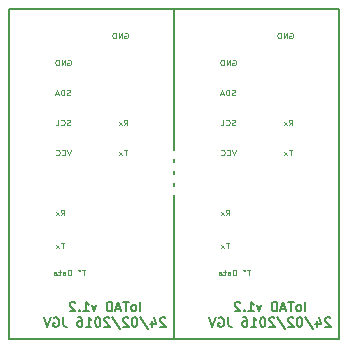
<source format=gbr>
%TF.GenerationSoftware,KiCad,Pcbnew,4.0.1+dfsg1-stable*%
%TF.CreationDate,2016-02-24T22:56:22+01:00*%
%TF.ProjectId,iotad,696F7461642E6B696361645F70636200,rev?*%
%TF.FileFunction,Legend,Bot*%
%FSLAX46Y46*%
G04 Gerber Fmt 4.6, Leading zero omitted, Abs format (unit mm)*
G04 Created by KiCad (PCBNEW 4.0.1+dfsg1-stable) date Wed 24 Feb 2016 10:56:22 PM CET*
%MOMM*%
G01*
G04 APERTURE LIST*
%ADD10C,0.100000*%
%ADD11C,0.200000*%
%ADD12C,0.125000*%
%ADD13C,0.150000*%
%ADD14C,1.924000*%
%ADD15R,2.432000X2.127200*%
%ADD16O,2.432000X2.127200*%
G04 APERTURE END LIST*
D10*
D11*
X162229429Y-127209905D02*
X162229429Y-126409905D01*
X161734191Y-127209905D02*
X161810382Y-127171810D01*
X161848477Y-127133714D01*
X161886572Y-127057524D01*
X161886572Y-126828952D01*
X161848477Y-126752762D01*
X161810382Y-126714667D01*
X161734191Y-126676571D01*
X161619905Y-126676571D01*
X161543715Y-126714667D01*
X161505620Y-126752762D01*
X161467524Y-126828952D01*
X161467524Y-127057524D01*
X161505620Y-127133714D01*
X161543715Y-127171810D01*
X161619905Y-127209905D01*
X161734191Y-127209905D01*
X161238953Y-126409905D02*
X160781810Y-126409905D01*
X161010381Y-127209905D02*
X161010381Y-126409905D01*
X160553238Y-126981333D02*
X160172286Y-126981333D01*
X160629429Y-127209905D02*
X160362762Y-126409905D01*
X160096095Y-127209905D01*
X159829429Y-127209905D02*
X159829429Y-126409905D01*
X159638953Y-126409905D01*
X159524667Y-126448000D01*
X159448476Y-126524190D01*
X159410381Y-126600381D01*
X159372286Y-126752762D01*
X159372286Y-126867048D01*
X159410381Y-127019429D01*
X159448476Y-127095619D01*
X159524667Y-127171810D01*
X159638953Y-127209905D01*
X159829429Y-127209905D01*
X158496095Y-126676571D02*
X158305619Y-127209905D01*
X158115143Y-126676571D01*
X157391333Y-127209905D02*
X157848476Y-127209905D01*
X157619905Y-127209905D02*
X157619905Y-126409905D01*
X157696095Y-126524190D01*
X157772286Y-126600381D01*
X157848476Y-126638476D01*
X157048476Y-127133714D02*
X157010381Y-127171810D01*
X157048476Y-127209905D01*
X157086571Y-127171810D01*
X157048476Y-127133714D01*
X157048476Y-127209905D01*
X156705619Y-126486095D02*
X156667524Y-126448000D01*
X156591333Y-126409905D01*
X156400857Y-126409905D01*
X156324667Y-126448000D01*
X156286571Y-126486095D01*
X156248476Y-126562286D01*
X156248476Y-126638476D01*
X156286571Y-126752762D01*
X156743714Y-127209905D01*
X156248476Y-127209905D01*
X164343715Y-127806095D02*
X164305620Y-127768000D01*
X164229429Y-127729905D01*
X164038953Y-127729905D01*
X163962763Y-127768000D01*
X163924667Y-127806095D01*
X163886572Y-127882286D01*
X163886572Y-127958476D01*
X163924667Y-128072762D01*
X164381810Y-128529905D01*
X163886572Y-128529905D01*
X163200858Y-127996571D02*
X163200858Y-128529905D01*
X163391334Y-127691810D02*
X163581810Y-128263238D01*
X163086572Y-128263238D01*
X162210381Y-127691810D02*
X162896096Y-128720381D01*
X161791334Y-127729905D02*
X161715143Y-127729905D01*
X161638953Y-127768000D01*
X161600858Y-127806095D01*
X161562762Y-127882286D01*
X161524667Y-128034667D01*
X161524667Y-128225143D01*
X161562762Y-128377524D01*
X161600858Y-128453714D01*
X161638953Y-128491810D01*
X161715143Y-128529905D01*
X161791334Y-128529905D01*
X161867524Y-128491810D01*
X161905620Y-128453714D01*
X161943715Y-128377524D01*
X161981810Y-128225143D01*
X161981810Y-128034667D01*
X161943715Y-127882286D01*
X161905620Y-127806095D01*
X161867524Y-127768000D01*
X161791334Y-127729905D01*
X161219905Y-127806095D02*
X161181810Y-127768000D01*
X161105619Y-127729905D01*
X160915143Y-127729905D01*
X160838953Y-127768000D01*
X160800857Y-127806095D01*
X160762762Y-127882286D01*
X160762762Y-127958476D01*
X160800857Y-128072762D01*
X161258000Y-128529905D01*
X160762762Y-128529905D01*
X159848476Y-127691810D02*
X160534191Y-128720381D01*
X159619905Y-127806095D02*
X159581810Y-127768000D01*
X159505619Y-127729905D01*
X159315143Y-127729905D01*
X159238953Y-127768000D01*
X159200857Y-127806095D01*
X159162762Y-127882286D01*
X159162762Y-127958476D01*
X159200857Y-128072762D01*
X159658000Y-128529905D01*
X159162762Y-128529905D01*
X158667524Y-127729905D02*
X158591333Y-127729905D01*
X158515143Y-127768000D01*
X158477048Y-127806095D01*
X158438952Y-127882286D01*
X158400857Y-128034667D01*
X158400857Y-128225143D01*
X158438952Y-128377524D01*
X158477048Y-128453714D01*
X158515143Y-128491810D01*
X158591333Y-128529905D01*
X158667524Y-128529905D01*
X158743714Y-128491810D01*
X158781810Y-128453714D01*
X158819905Y-128377524D01*
X158858000Y-128225143D01*
X158858000Y-128034667D01*
X158819905Y-127882286D01*
X158781810Y-127806095D01*
X158743714Y-127768000D01*
X158667524Y-127729905D01*
X157638952Y-128529905D02*
X158096095Y-128529905D01*
X157867524Y-128529905D02*
X157867524Y-127729905D01*
X157943714Y-127844190D01*
X158019905Y-127920381D01*
X158096095Y-127958476D01*
X156953238Y-127729905D02*
X157105619Y-127729905D01*
X157181809Y-127768000D01*
X157219904Y-127806095D01*
X157296095Y-127920381D01*
X157334190Y-128072762D01*
X157334190Y-128377524D01*
X157296095Y-128453714D01*
X157258000Y-128491810D01*
X157181809Y-128529905D01*
X157029428Y-128529905D01*
X156953238Y-128491810D01*
X156915142Y-128453714D01*
X156877047Y-128377524D01*
X156877047Y-128187048D01*
X156915142Y-128110857D01*
X156953238Y-128072762D01*
X157029428Y-128034667D01*
X157181809Y-128034667D01*
X157258000Y-128072762D01*
X157296095Y-128110857D01*
X157334190Y-128187048D01*
X155696094Y-127729905D02*
X155696094Y-128301333D01*
X155734190Y-128415619D01*
X155810380Y-128491810D01*
X155924666Y-128529905D01*
X156000856Y-128529905D01*
X154896094Y-127768000D02*
X154972285Y-127729905D01*
X155086570Y-127729905D01*
X155200856Y-127768000D01*
X155277047Y-127844190D01*
X155315142Y-127920381D01*
X155353237Y-128072762D01*
X155353237Y-128187048D01*
X155315142Y-128339429D01*
X155277047Y-128415619D01*
X155200856Y-128491810D01*
X155086570Y-128529905D01*
X155010380Y-128529905D01*
X154896094Y-128491810D01*
X154857999Y-128453714D01*
X154857999Y-128187048D01*
X155010380Y-128187048D01*
X154629428Y-127729905D02*
X154362761Y-128529905D01*
X154096094Y-127729905D01*
D12*
X160829619Y-111478190D02*
X160996286Y-111240095D01*
X161115333Y-111478190D02*
X161115333Y-110978190D01*
X160924857Y-110978190D01*
X160877238Y-111002000D01*
X160853429Y-111025810D01*
X160829619Y-111073429D01*
X160829619Y-111144857D01*
X160853429Y-111192476D01*
X160877238Y-111216286D01*
X160924857Y-111240095D01*
X161115333Y-111240095D01*
X160662952Y-111478190D02*
X160401048Y-111144857D01*
X160662952Y-111144857D02*
X160401048Y-111478190D01*
X155495619Y-119098190D02*
X155662286Y-118860095D01*
X155781333Y-119098190D02*
X155781333Y-118598190D01*
X155590857Y-118598190D01*
X155543238Y-118622000D01*
X155519429Y-118645810D01*
X155495619Y-118693429D01*
X155495619Y-118764857D01*
X155519429Y-118812476D01*
X155543238Y-118836286D01*
X155590857Y-118860095D01*
X155781333Y-118860095D01*
X155328952Y-119098190D02*
X155067048Y-118764857D01*
X155328952Y-118764857D02*
X155067048Y-119098190D01*
X161127238Y-113518190D02*
X160841524Y-113518190D01*
X160984381Y-114018190D02*
X160984381Y-113518190D01*
X160722476Y-114018190D02*
X160460572Y-113684857D01*
X160722476Y-113684857D02*
X160460572Y-114018190D01*
X155793238Y-121392190D02*
X155507524Y-121392190D01*
X155650381Y-121892190D02*
X155650381Y-121392190D01*
X155388476Y-121892190D02*
X155126572Y-121558857D01*
X155388476Y-121558857D02*
X155126572Y-121892190D01*
X157579047Y-123678190D02*
X157293333Y-123678190D01*
X157436190Y-124178190D02*
X157436190Y-123678190D01*
X157055238Y-123678190D02*
X157102857Y-123702000D01*
X157126666Y-123749619D01*
X157102857Y-123797238D01*
X157055238Y-123821048D01*
X157007619Y-123797238D01*
X156983809Y-123749619D01*
X157007619Y-123702000D01*
X157055238Y-123678190D01*
X156364762Y-124178190D02*
X156364762Y-123678190D01*
X156245715Y-123678190D01*
X156174286Y-123702000D01*
X156126667Y-123749619D01*
X156102858Y-123797238D01*
X156079048Y-123892476D01*
X156079048Y-123963905D01*
X156102858Y-124059143D01*
X156126667Y-124106762D01*
X156174286Y-124154381D01*
X156245715Y-124178190D01*
X156364762Y-124178190D01*
X155650477Y-124178190D02*
X155650477Y-123916286D01*
X155674286Y-123868667D01*
X155721905Y-123844857D01*
X155817143Y-123844857D01*
X155864762Y-123868667D01*
X155650477Y-124154381D02*
X155698096Y-124178190D01*
X155817143Y-124178190D01*
X155864762Y-124154381D01*
X155888572Y-124106762D01*
X155888572Y-124059143D01*
X155864762Y-124011524D01*
X155817143Y-123987714D01*
X155698096Y-123987714D01*
X155650477Y-123963905D01*
X155483810Y-123844857D02*
X155293334Y-123844857D01*
X155412381Y-123678190D02*
X155412381Y-124106762D01*
X155388572Y-124154381D01*
X155340953Y-124178190D01*
X155293334Y-124178190D01*
X154912382Y-124178190D02*
X154912382Y-123916286D01*
X154936191Y-123868667D01*
X154983810Y-123844857D01*
X155079048Y-123844857D01*
X155126667Y-123868667D01*
X154912382Y-124154381D02*
X154960001Y-124178190D01*
X155079048Y-124178190D01*
X155126667Y-124154381D01*
X155150477Y-124106762D01*
X155150477Y-124059143D01*
X155126667Y-124011524D01*
X155079048Y-123987714D01*
X154960001Y-123987714D01*
X154912382Y-123963905D01*
X156368666Y-113518190D02*
X156201999Y-114018190D01*
X156035333Y-113518190D01*
X155582952Y-113970571D02*
X155606762Y-113994381D01*
X155678190Y-114018190D01*
X155725809Y-114018190D01*
X155797238Y-113994381D01*
X155844857Y-113946762D01*
X155868666Y-113899143D01*
X155892476Y-113803905D01*
X155892476Y-113732476D01*
X155868666Y-113637238D01*
X155844857Y-113589619D01*
X155797238Y-113542000D01*
X155725809Y-113518190D01*
X155678190Y-113518190D01*
X155606762Y-113542000D01*
X155582952Y-113565810D01*
X155082952Y-113970571D02*
X155106762Y-113994381D01*
X155178190Y-114018190D01*
X155225809Y-114018190D01*
X155297238Y-113994381D01*
X155344857Y-113946762D01*
X155368666Y-113899143D01*
X155392476Y-113803905D01*
X155392476Y-113732476D01*
X155368666Y-113637238D01*
X155344857Y-113589619D01*
X155297238Y-113542000D01*
X155225809Y-113518190D01*
X155178190Y-113518190D01*
X155106762Y-113542000D01*
X155082952Y-113565810D01*
X156297238Y-111454381D02*
X156225809Y-111478190D01*
X156106762Y-111478190D01*
X156059143Y-111454381D01*
X156035333Y-111430571D01*
X156011524Y-111382952D01*
X156011524Y-111335333D01*
X156035333Y-111287714D01*
X156059143Y-111263905D01*
X156106762Y-111240095D01*
X156202000Y-111216286D01*
X156249619Y-111192476D01*
X156273428Y-111168667D01*
X156297238Y-111121048D01*
X156297238Y-111073429D01*
X156273428Y-111025810D01*
X156249619Y-111002000D01*
X156202000Y-110978190D01*
X156082952Y-110978190D01*
X156011524Y-111002000D01*
X155511524Y-111430571D02*
X155535334Y-111454381D01*
X155606762Y-111478190D01*
X155654381Y-111478190D01*
X155725810Y-111454381D01*
X155773429Y-111406762D01*
X155797238Y-111359143D01*
X155821048Y-111263905D01*
X155821048Y-111192476D01*
X155797238Y-111097238D01*
X155773429Y-111049619D01*
X155725810Y-111002000D01*
X155654381Y-110978190D01*
X155606762Y-110978190D01*
X155535334Y-111002000D01*
X155511524Y-111025810D01*
X155059143Y-111478190D02*
X155297238Y-111478190D01*
X155297238Y-110978190D01*
X156309142Y-108914381D02*
X156237713Y-108938190D01*
X156118666Y-108938190D01*
X156071047Y-108914381D01*
X156047237Y-108890571D01*
X156023428Y-108842952D01*
X156023428Y-108795333D01*
X156047237Y-108747714D01*
X156071047Y-108723905D01*
X156118666Y-108700095D01*
X156213904Y-108676286D01*
X156261523Y-108652476D01*
X156285332Y-108628667D01*
X156309142Y-108581048D01*
X156309142Y-108533429D01*
X156285332Y-108485810D01*
X156261523Y-108462000D01*
X156213904Y-108438190D01*
X156094856Y-108438190D01*
X156023428Y-108462000D01*
X155809142Y-108938190D02*
X155809142Y-108438190D01*
X155690095Y-108438190D01*
X155618666Y-108462000D01*
X155571047Y-108509619D01*
X155547238Y-108557238D01*
X155523428Y-108652476D01*
X155523428Y-108723905D01*
X155547238Y-108819143D01*
X155571047Y-108866762D01*
X155618666Y-108914381D01*
X155690095Y-108938190D01*
X155809142Y-108938190D01*
X155332952Y-108795333D02*
X155094857Y-108795333D01*
X155380571Y-108938190D02*
X155213904Y-108438190D01*
X155047238Y-108938190D01*
X156082953Y-105922000D02*
X156130572Y-105898190D01*
X156202000Y-105898190D01*
X156273429Y-105922000D01*
X156321048Y-105969619D01*
X156344857Y-106017238D01*
X156368667Y-106112476D01*
X156368667Y-106183905D01*
X156344857Y-106279143D01*
X156321048Y-106326762D01*
X156273429Y-106374381D01*
X156202000Y-106398190D01*
X156154381Y-106398190D01*
X156082953Y-106374381D01*
X156059143Y-106350571D01*
X156059143Y-106183905D01*
X156154381Y-106183905D01*
X155844857Y-106398190D02*
X155844857Y-105898190D01*
X155559143Y-106398190D01*
X155559143Y-105898190D01*
X155321047Y-106398190D02*
X155321047Y-105898190D01*
X155202000Y-105898190D01*
X155130571Y-105922000D01*
X155082952Y-105969619D01*
X155059143Y-106017238D01*
X155035333Y-106112476D01*
X155035333Y-106183905D01*
X155059143Y-106279143D01*
X155082952Y-106326762D01*
X155130571Y-106374381D01*
X155202000Y-106398190D01*
X155321047Y-106398190D01*
X160908953Y-103636000D02*
X160956572Y-103612190D01*
X161028000Y-103612190D01*
X161099429Y-103636000D01*
X161147048Y-103683619D01*
X161170857Y-103731238D01*
X161194667Y-103826476D01*
X161194667Y-103897905D01*
X161170857Y-103993143D01*
X161147048Y-104040762D01*
X161099429Y-104088381D01*
X161028000Y-104112190D01*
X160980381Y-104112190D01*
X160908953Y-104088381D01*
X160885143Y-104064571D01*
X160885143Y-103897905D01*
X160980381Y-103897905D01*
X160670857Y-104112190D02*
X160670857Y-103612190D01*
X160385143Y-104112190D01*
X160385143Y-103612190D01*
X160147047Y-104112190D02*
X160147047Y-103612190D01*
X160028000Y-103612190D01*
X159956571Y-103636000D01*
X159908952Y-103683619D01*
X159885143Y-103731238D01*
X159861333Y-103826476D01*
X159861333Y-103897905D01*
X159885143Y-103993143D01*
X159908952Y-104040762D01*
X159956571Y-104088381D01*
X160028000Y-104112190D01*
X160147047Y-104112190D01*
X146938953Y-103636000D02*
X146986572Y-103612190D01*
X147058000Y-103612190D01*
X147129429Y-103636000D01*
X147177048Y-103683619D01*
X147200857Y-103731238D01*
X147224667Y-103826476D01*
X147224667Y-103897905D01*
X147200857Y-103993143D01*
X147177048Y-104040762D01*
X147129429Y-104088381D01*
X147058000Y-104112190D01*
X147010381Y-104112190D01*
X146938953Y-104088381D01*
X146915143Y-104064571D01*
X146915143Y-103897905D01*
X147010381Y-103897905D01*
X146700857Y-104112190D02*
X146700857Y-103612190D01*
X146415143Y-104112190D01*
X146415143Y-103612190D01*
X146177047Y-104112190D02*
X146177047Y-103612190D01*
X146058000Y-103612190D01*
X145986571Y-103636000D01*
X145938952Y-103683619D01*
X145915143Y-103731238D01*
X145891333Y-103826476D01*
X145891333Y-103897905D01*
X145915143Y-103993143D01*
X145938952Y-104040762D01*
X145986571Y-104088381D01*
X146058000Y-104112190D01*
X146177047Y-104112190D01*
X142112953Y-105922000D02*
X142160572Y-105898190D01*
X142232000Y-105898190D01*
X142303429Y-105922000D01*
X142351048Y-105969619D01*
X142374857Y-106017238D01*
X142398667Y-106112476D01*
X142398667Y-106183905D01*
X142374857Y-106279143D01*
X142351048Y-106326762D01*
X142303429Y-106374381D01*
X142232000Y-106398190D01*
X142184381Y-106398190D01*
X142112953Y-106374381D01*
X142089143Y-106350571D01*
X142089143Y-106183905D01*
X142184381Y-106183905D01*
X141874857Y-106398190D02*
X141874857Y-105898190D01*
X141589143Y-106398190D01*
X141589143Y-105898190D01*
X141351047Y-106398190D02*
X141351047Y-105898190D01*
X141232000Y-105898190D01*
X141160571Y-105922000D01*
X141112952Y-105969619D01*
X141089143Y-106017238D01*
X141065333Y-106112476D01*
X141065333Y-106183905D01*
X141089143Y-106279143D01*
X141112952Y-106326762D01*
X141160571Y-106374381D01*
X141232000Y-106398190D01*
X141351047Y-106398190D01*
X142339142Y-108914381D02*
X142267713Y-108938190D01*
X142148666Y-108938190D01*
X142101047Y-108914381D01*
X142077237Y-108890571D01*
X142053428Y-108842952D01*
X142053428Y-108795333D01*
X142077237Y-108747714D01*
X142101047Y-108723905D01*
X142148666Y-108700095D01*
X142243904Y-108676286D01*
X142291523Y-108652476D01*
X142315332Y-108628667D01*
X142339142Y-108581048D01*
X142339142Y-108533429D01*
X142315332Y-108485810D01*
X142291523Y-108462000D01*
X142243904Y-108438190D01*
X142124856Y-108438190D01*
X142053428Y-108462000D01*
X141839142Y-108938190D02*
X141839142Y-108438190D01*
X141720095Y-108438190D01*
X141648666Y-108462000D01*
X141601047Y-108509619D01*
X141577238Y-108557238D01*
X141553428Y-108652476D01*
X141553428Y-108723905D01*
X141577238Y-108819143D01*
X141601047Y-108866762D01*
X141648666Y-108914381D01*
X141720095Y-108938190D01*
X141839142Y-108938190D01*
X141362952Y-108795333D02*
X141124857Y-108795333D01*
X141410571Y-108938190D02*
X141243904Y-108438190D01*
X141077238Y-108938190D01*
X142327238Y-111454381D02*
X142255809Y-111478190D01*
X142136762Y-111478190D01*
X142089143Y-111454381D01*
X142065333Y-111430571D01*
X142041524Y-111382952D01*
X142041524Y-111335333D01*
X142065333Y-111287714D01*
X142089143Y-111263905D01*
X142136762Y-111240095D01*
X142232000Y-111216286D01*
X142279619Y-111192476D01*
X142303428Y-111168667D01*
X142327238Y-111121048D01*
X142327238Y-111073429D01*
X142303428Y-111025810D01*
X142279619Y-111002000D01*
X142232000Y-110978190D01*
X142112952Y-110978190D01*
X142041524Y-111002000D01*
X141541524Y-111430571D02*
X141565334Y-111454381D01*
X141636762Y-111478190D01*
X141684381Y-111478190D01*
X141755810Y-111454381D01*
X141803429Y-111406762D01*
X141827238Y-111359143D01*
X141851048Y-111263905D01*
X141851048Y-111192476D01*
X141827238Y-111097238D01*
X141803429Y-111049619D01*
X141755810Y-111002000D01*
X141684381Y-110978190D01*
X141636762Y-110978190D01*
X141565334Y-111002000D01*
X141541524Y-111025810D01*
X141089143Y-111478190D02*
X141327238Y-111478190D01*
X141327238Y-110978190D01*
X142398666Y-113518190D02*
X142231999Y-114018190D01*
X142065333Y-113518190D01*
X141612952Y-113970571D02*
X141636762Y-113994381D01*
X141708190Y-114018190D01*
X141755809Y-114018190D01*
X141827238Y-113994381D01*
X141874857Y-113946762D01*
X141898666Y-113899143D01*
X141922476Y-113803905D01*
X141922476Y-113732476D01*
X141898666Y-113637238D01*
X141874857Y-113589619D01*
X141827238Y-113542000D01*
X141755809Y-113518190D01*
X141708190Y-113518190D01*
X141636762Y-113542000D01*
X141612952Y-113565810D01*
X141112952Y-113970571D02*
X141136762Y-113994381D01*
X141208190Y-114018190D01*
X141255809Y-114018190D01*
X141327238Y-113994381D01*
X141374857Y-113946762D01*
X141398666Y-113899143D01*
X141422476Y-113803905D01*
X141422476Y-113732476D01*
X141398666Y-113637238D01*
X141374857Y-113589619D01*
X141327238Y-113542000D01*
X141255809Y-113518190D01*
X141208190Y-113518190D01*
X141136762Y-113542000D01*
X141112952Y-113565810D01*
X143609047Y-123678190D02*
X143323333Y-123678190D01*
X143466190Y-124178190D02*
X143466190Y-123678190D01*
X143085238Y-123678190D02*
X143132857Y-123702000D01*
X143156666Y-123749619D01*
X143132857Y-123797238D01*
X143085238Y-123821048D01*
X143037619Y-123797238D01*
X143013809Y-123749619D01*
X143037619Y-123702000D01*
X143085238Y-123678190D01*
X142394762Y-124178190D02*
X142394762Y-123678190D01*
X142275715Y-123678190D01*
X142204286Y-123702000D01*
X142156667Y-123749619D01*
X142132858Y-123797238D01*
X142109048Y-123892476D01*
X142109048Y-123963905D01*
X142132858Y-124059143D01*
X142156667Y-124106762D01*
X142204286Y-124154381D01*
X142275715Y-124178190D01*
X142394762Y-124178190D01*
X141680477Y-124178190D02*
X141680477Y-123916286D01*
X141704286Y-123868667D01*
X141751905Y-123844857D01*
X141847143Y-123844857D01*
X141894762Y-123868667D01*
X141680477Y-124154381D02*
X141728096Y-124178190D01*
X141847143Y-124178190D01*
X141894762Y-124154381D01*
X141918572Y-124106762D01*
X141918572Y-124059143D01*
X141894762Y-124011524D01*
X141847143Y-123987714D01*
X141728096Y-123987714D01*
X141680477Y-123963905D01*
X141513810Y-123844857D02*
X141323334Y-123844857D01*
X141442381Y-123678190D02*
X141442381Y-124106762D01*
X141418572Y-124154381D01*
X141370953Y-124178190D01*
X141323334Y-124178190D01*
X140942382Y-124178190D02*
X140942382Y-123916286D01*
X140966191Y-123868667D01*
X141013810Y-123844857D01*
X141109048Y-123844857D01*
X141156667Y-123868667D01*
X140942382Y-124154381D02*
X140990001Y-124178190D01*
X141109048Y-124178190D01*
X141156667Y-124154381D01*
X141180477Y-124106762D01*
X141180477Y-124059143D01*
X141156667Y-124011524D01*
X141109048Y-123987714D01*
X140990001Y-123987714D01*
X140942382Y-123963905D01*
X141823238Y-121392190D02*
X141537524Y-121392190D01*
X141680381Y-121892190D02*
X141680381Y-121392190D01*
X141418476Y-121892190D02*
X141156572Y-121558857D01*
X141418476Y-121558857D02*
X141156572Y-121892190D01*
X147157238Y-113518190D02*
X146871524Y-113518190D01*
X147014381Y-114018190D02*
X147014381Y-113518190D01*
X146752476Y-114018190D02*
X146490572Y-113684857D01*
X146752476Y-113684857D02*
X146490572Y-114018190D01*
X141525619Y-119098190D02*
X141692286Y-118860095D01*
X141811333Y-119098190D02*
X141811333Y-118598190D01*
X141620857Y-118598190D01*
X141573238Y-118622000D01*
X141549429Y-118645810D01*
X141525619Y-118693429D01*
X141525619Y-118764857D01*
X141549429Y-118812476D01*
X141573238Y-118836286D01*
X141620857Y-118860095D01*
X141811333Y-118860095D01*
X141358952Y-119098190D02*
X141097048Y-118764857D01*
X141358952Y-118764857D02*
X141097048Y-119098190D01*
X146859619Y-111478190D02*
X147026286Y-111240095D01*
X147145333Y-111478190D02*
X147145333Y-110978190D01*
X146954857Y-110978190D01*
X146907238Y-111002000D01*
X146883429Y-111025810D01*
X146859619Y-111073429D01*
X146859619Y-111144857D01*
X146883429Y-111192476D01*
X146907238Y-111216286D01*
X146954857Y-111240095D01*
X147145333Y-111240095D01*
X146692952Y-111478190D02*
X146431048Y-111144857D01*
X146692952Y-111144857D02*
X146431048Y-111478190D01*
D11*
X148259429Y-127209905D02*
X148259429Y-126409905D01*
X147764191Y-127209905D02*
X147840382Y-127171810D01*
X147878477Y-127133714D01*
X147916572Y-127057524D01*
X147916572Y-126828952D01*
X147878477Y-126752762D01*
X147840382Y-126714667D01*
X147764191Y-126676571D01*
X147649905Y-126676571D01*
X147573715Y-126714667D01*
X147535620Y-126752762D01*
X147497524Y-126828952D01*
X147497524Y-127057524D01*
X147535620Y-127133714D01*
X147573715Y-127171810D01*
X147649905Y-127209905D01*
X147764191Y-127209905D01*
X147268953Y-126409905D02*
X146811810Y-126409905D01*
X147040381Y-127209905D02*
X147040381Y-126409905D01*
X146583238Y-126981333D02*
X146202286Y-126981333D01*
X146659429Y-127209905D02*
X146392762Y-126409905D01*
X146126095Y-127209905D01*
X145859429Y-127209905D02*
X145859429Y-126409905D01*
X145668953Y-126409905D01*
X145554667Y-126448000D01*
X145478476Y-126524190D01*
X145440381Y-126600381D01*
X145402286Y-126752762D01*
X145402286Y-126867048D01*
X145440381Y-127019429D01*
X145478476Y-127095619D01*
X145554667Y-127171810D01*
X145668953Y-127209905D01*
X145859429Y-127209905D01*
X144526095Y-126676571D02*
X144335619Y-127209905D01*
X144145143Y-126676571D01*
X143421333Y-127209905D02*
X143878476Y-127209905D01*
X143649905Y-127209905D02*
X143649905Y-126409905D01*
X143726095Y-126524190D01*
X143802286Y-126600381D01*
X143878476Y-126638476D01*
X143078476Y-127133714D02*
X143040381Y-127171810D01*
X143078476Y-127209905D01*
X143116571Y-127171810D01*
X143078476Y-127133714D01*
X143078476Y-127209905D01*
X142735619Y-126486095D02*
X142697524Y-126448000D01*
X142621333Y-126409905D01*
X142430857Y-126409905D01*
X142354667Y-126448000D01*
X142316571Y-126486095D01*
X142278476Y-126562286D01*
X142278476Y-126638476D01*
X142316571Y-126752762D01*
X142773714Y-127209905D01*
X142278476Y-127209905D01*
X150373715Y-127806095D02*
X150335620Y-127768000D01*
X150259429Y-127729905D01*
X150068953Y-127729905D01*
X149992763Y-127768000D01*
X149954667Y-127806095D01*
X149916572Y-127882286D01*
X149916572Y-127958476D01*
X149954667Y-128072762D01*
X150411810Y-128529905D01*
X149916572Y-128529905D01*
X149230858Y-127996571D02*
X149230858Y-128529905D01*
X149421334Y-127691810D02*
X149611810Y-128263238D01*
X149116572Y-128263238D01*
X148240381Y-127691810D02*
X148926096Y-128720381D01*
X147821334Y-127729905D02*
X147745143Y-127729905D01*
X147668953Y-127768000D01*
X147630858Y-127806095D01*
X147592762Y-127882286D01*
X147554667Y-128034667D01*
X147554667Y-128225143D01*
X147592762Y-128377524D01*
X147630858Y-128453714D01*
X147668953Y-128491810D01*
X147745143Y-128529905D01*
X147821334Y-128529905D01*
X147897524Y-128491810D01*
X147935620Y-128453714D01*
X147973715Y-128377524D01*
X148011810Y-128225143D01*
X148011810Y-128034667D01*
X147973715Y-127882286D01*
X147935620Y-127806095D01*
X147897524Y-127768000D01*
X147821334Y-127729905D01*
X147249905Y-127806095D02*
X147211810Y-127768000D01*
X147135619Y-127729905D01*
X146945143Y-127729905D01*
X146868953Y-127768000D01*
X146830857Y-127806095D01*
X146792762Y-127882286D01*
X146792762Y-127958476D01*
X146830857Y-128072762D01*
X147288000Y-128529905D01*
X146792762Y-128529905D01*
X145878476Y-127691810D02*
X146564191Y-128720381D01*
X145649905Y-127806095D02*
X145611810Y-127768000D01*
X145535619Y-127729905D01*
X145345143Y-127729905D01*
X145268953Y-127768000D01*
X145230857Y-127806095D01*
X145192762Y-127882286D01*
X145192762Y-127958476D01*
X145230857Y-128072762D01*
X145688000Y-128529905D01*
X145192762Y-128529905D01*
X144697524Y-127729905D02*
X144621333Y-127729905D01*
X144545143Y-127768000D01*
X144507048Y-127806095D01*
X144468952Y-127882286D01*
X144430857Y-128034667D01*
X144430857Y-128225143D01*
X144468952Y-128377524D01*
X144507048Y-128453714D01*
X144545143Y-128491810D01*
X144621333Y-128529905D01*
X144697524Y-128529905D01*
X144773714Y-128491810D01*
X144811810Y-128453714D01*
X144849905Y-128377524D01*
X144888000Y-128225143D01*
X144888000Y-128034667D01*
X144849905Y-127882286D01*
X144811810Y-127806095D01*
X144773714Y-127768000D01*
X144697524Y-127729905D01*
X143668952Y-128529905D02*
X144126095Y-128529905D01*
X143897524Y-128529905D02*
X143897524Y-127729905D01*
X143973714Y-127844190D01*
X144049905Y-127920381D01*
X144126095Y-127958476D01*
X142983238Y-127729905D02*
X143135619Y-127729905D01*
X143211809Y-127768000D01*
X143249904Y-127806095D01*
X143326095Y-127920381D01*
X143364190Y-128072762D01*
X143364190Y-128377524D01*
X143326095Y-128453714D01*
X143288000Y-128491810D01*
X143211809Y-128529905D01*
X143059428Y-128529905D01*
X142983238Y-128491810D01*
X142945142Y-128453714D01*
X142907047Y-128377524D01*
X142907047Y-128187048D01*
X142945142Y-128110857D01*
X142983238Y-128072762D01*
X143059428Y-128034667D01*
X143211809Y-128034667D01*
X143288000Y-128072762D01*
X143326095Y-128110857D01*
X143364190Y-128187048D01*
X141726094Y-127729905D02*
X141726094Y-128301333D01*
X141764190Y-128415619D01*
X141840380Y-128491810D01*
X141954666Y-128529905D01*
X142030856Y-128529905D01*
X140926094Y-127768000D02*
X141002285Y-127729905D01*
X141116570Y-127729905D01*
X141230856Y-127768000D01*
X141307047Y-127844190D01*
X141345142Y-127920381D01*
X141383237Y-128072762D01*
X141383237Y-128187048D01*
X141345142Y-128339429D01*
X141307047Y-128415619D01*
X141230856Y-128491810D01*
X141116570Y-128529905D01*
X141040380Y-128529905D01*
X140926094Y-128491810D01*
X140887999Y-128453714D01*
X140887999Y-128187048D01*
X141040380Y-128187048D01*
X140659428Y-127729905D02*
X140392761Y-128529905D01*
X140126094Y-127729905D01*
D13*
X151130000Y-116332000D02*
X151130000Y-116586000D01*
X151130000Y-115316000D02*
X151130000Y-115570000D01*
X151130000Y-114300000D02*
X151130000Y-114554000D01*
X151130000Y-113538000D02*
X151130000Y-101600000D01*
X151130000Y-129540000D02*
X151130000Y-117348000D01*
X165100000Y-101600000D02*
X165100000Y-129540000D01*
X137160000Y-129540000D02*
X165100000Y-129540000D01*
X137160000Y-101600000D02*
X137160000Y-129540000D01*
X137160000Y-101600000D02*
X165100000Y-101600000D01*
%LPC*%
D14*
X161036000Y-122682000D03*
X158496000Y-120142000D03*
X163576000Y-120142000D03*
D15*
X163068000Y-103632000D03*
D16*
X163068000Y-106172000D03*
X163068000Y-108712000D03*
X163068000Y-111252000D03*
X163068000Y-113792000D03*
X163068000Y-116332000D03*
D15*
X153162000Y-103632000D03*
D16*
X153162000Y-106172000D03*
X153162000Y-108712000D03*
X153162000Y-111252000D03*
X153162000Y-113792000D03*
X153162000Y-116332000D03*
X153162000Y-118872000D03*
X153162000Y-121412000D03*
X153162000Y-123952000D03*
X153162000Y-126492000D03*
D15*
X139192000Y-103632000D03*
D16*
X139192000Y-106172000D03*
X139192000Y-108712000D03*
X139192000Y-111252000D03*
X139192000Y-113792000D03*
X139192000Y-116332000D03*
X139192000Y-118872000D03*
X139192000Y-121412000D03*
X139192000Y-123952000D03*
X139192000Y-126492000D03*
D15*
X149098000Y-103632000D03*
D16*
X149098000Y-106172000D03*
X149098000Y-108712000D03*
X149098000Y-111252000D03*
X149098000Y-113792000D03*
X149098000Y-116332000D03*
D14*
X147066000Y-122682000D03*
X144526000Y-120142000D03*
X149606000Y-120142000D03*
M02*

</source>
